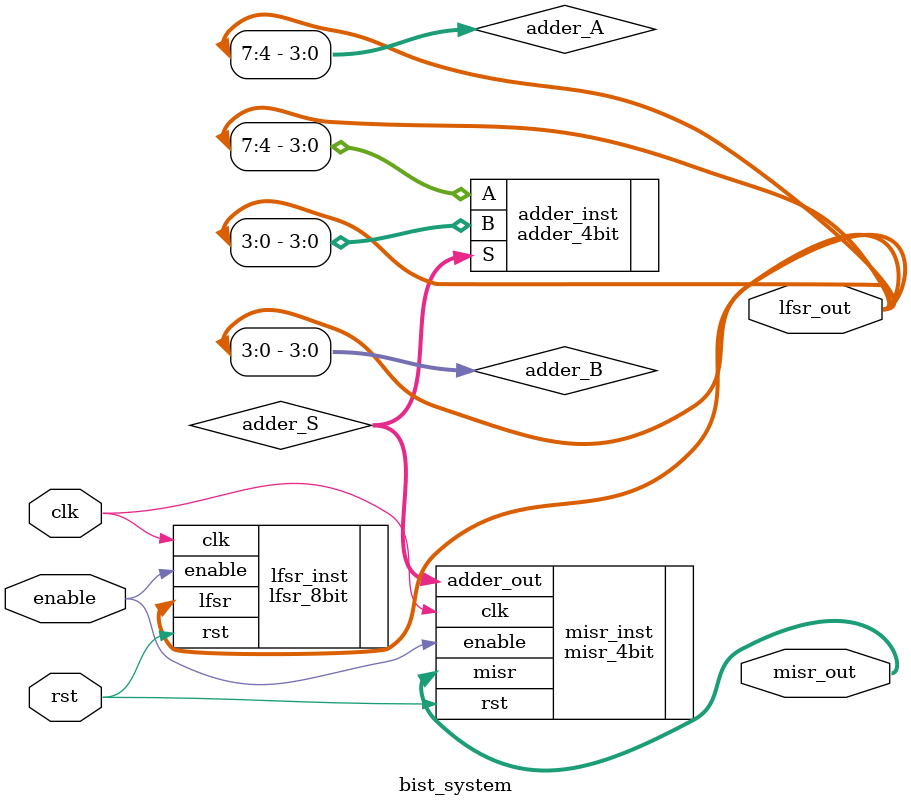
<source format=v>
module bist_system(
	input wire clk, 
	input wire rst, 
	input wire enable,
	output [7:0] lfsr_out,
	output [3:0] misr_out
);
	wire [3:0] adder_A;
	wire [3:0] adder_B;
	wire [3:0] adder_S;
	
	// Instantiate 8-bit LFSR 
	lfsr_8bit lfsr_inst(.clk(clk),.rst(rst),.enable(enable),.lfsr(lfsr_out));
	
	// Connect LFSR output to Adder inputs
	assign adder_A = lfsr_out[7:4];
	assign adder_B = lfsr_out[3:0];
	
	// Instantiate 4-bit Adder 
	adder_4bit adder_inst(.A(adder_A),.B(adder_B),.S(adder_S));
	
	// Instantiate 4-bit MISR
	misr_4bit misr_inst(.clk(clk),.rst(rst),.enable(enable),.adder_out(adder_S),.misr(misr_out));

endmodule 

</source>
